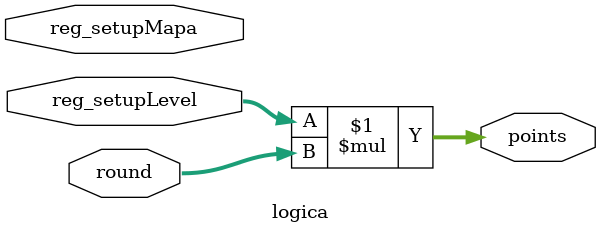
<source format=v>
module logica
(
	reg_setupLevel,
	round,
	reg_setupMapa,
	points
);

input wire [1:0]reg_setupLevel;
input wire [1:0]reg_setupMapa;
input wire [3:0]round;
output wire [7:0]points;


assign points = reg_setupLevel * round;

endmodule

</source>
